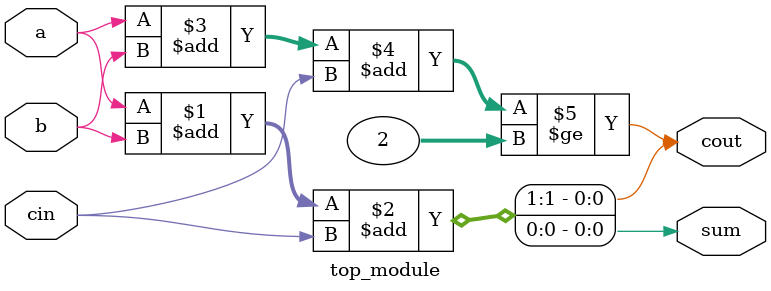
<source format=sv>
module top_module (
	input a,
	input b,
	input cin,
	output cout,
	output sum
);

  assign {cout, sum} = a + b + cin;
  assign cout = (a + b + cin) >= 2;

endmodule

</source>
